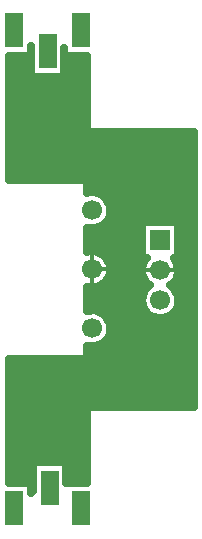
<source format=gbr>
G04 DipTrace 2.4.0.2*
%INBottom.gbr*%
%MOIN*%
%ADD15C,0.025*%
%ADD16C,0.013*%
%ADD17R,0.0669X0.0669*%
%ADD18C,0.0669*%
%ADD19R,0.0591X0.1181*%
%ADD20C,0.0669*%
%ADD21C,0.04*%
%FSLAX44Y44*%
G04*
G70*
G90*
G75*
G01*
%LNBottom*%
%LPD*%
D21*
X5628Y19567D3*
X5690Y5315D3*
X4350Y19376D2*
D15*
X5044D1*
X6211D2*
X6907D1*
X4350Y19127D2*
X5044D1*
X6211D2*
X6907D1*
X4350Y18879D2*
X6907D1*
X4350Y18630D2*
X6907D1*
X4350Y18381D2*
X6907D1*
X4350Y18133D2*
X6907D1*
X4350Y17884D2*
X6907D1*
X4350Y17635D2*
X6907D1*
X4350Y17387D2*
X6907D1*
X4350Y17138D2*
X6907D1*
X4350Y16889D2*
X10470D1*
X4350Y16641D2*
X10470D1*
X4350Y16392D2*
X10470D1*
X4350Y16143D2*
X10470D1*
X4350Y15895D2*
X10470D1*
X4350Y15646D2*
X10470D1*
X6977Y15397D2*
X10470D1*
X6977Y15148D2*
X10470D1*
X7524Y14900D2*
X10470D1*
X7700Y14651D2*
X10470D1*
X7735Y14402D2*
X10470D1*
X7664Y14154D2*
X10470D1*
X7403Y13905D2*
X8755D1*
X10004D2*
X10470D1*
X6977Y13656D2*
X8755D1*
X10004D2*
X10470D1*
X6977Y13408D2*
X8755D1*
X10004D2*
X10470D1*
X6977Y13159D2*
X8755D1*
X10004D2*
X10470D1*
X7547Y12910D2*
X8755D1*
X10004D2*
X10470D1*
X7707Y12662D2*
X8794D1*
X9961D2*
X10470D1*
X7735Y12413D2*
X8755D1*
X10000D2*
X10470D1*
X7653Y12164D2*
X8821D1*
X9934D2*
X10470D1*
X7356Y11916D2*
X8986D1*
X9770D2*
X10470D1*
X6977Y11667D2*
X8798D1*
X9957D2*
X10470D1*
X6977Y11418D2*
X8755D1*
X10000D2*
X10470D1*
X6977Y11169D2*
X8818D1*
X9938D2*
X10470D1*
X7571Y10921D2*
X9056D1*
X9700D2*
X10470D1*
X7711Y10672D2*
X10470D1*
X7731Y10423D2*
X10470D1*
X7637Y10175D2*
X10470D1*
X7293Y9926D2*
X10470D1*
X6977Y9677D2*
X10470D1*
X4350Y9429D2*
X10470D1*
X4350Y9180D2*
X10470D1*
X4350Y8931D2*
X10470D1*
X4350Y8683D2*
X10470D1*
X4350Y8434D2*
X10470D1*
X4350Y8185D2*
X10470D1*
X4350Y7937D2*
X10470D1*
X4350Y7688D2*
X6907D1*
X4350Y7439D2*
X6907D1*
X4350Y7190D2*
X6907D1*
X4350Y6942D2*
X6907D1*
X4350Y6693D2*
X6907D1*
X4350Y6444D2*
X6907D1*
X4350Y6196D2*
X6907D1*
X4350Y5947D2*
X5107D1*
X6274D2*
X6907D1*
X4350Y5698D2*
X5107D1*
X6274D2*
X6907D1*
X4350Y5450D2*
X5107D1*
X6274D2*
X6907D1*
X8904Y14041D2*
X9978D1*
Y12841D1*
X9825D1*
X9908Y12722D1*
X9955Y12606D1*
X9976Y12483D1*
X9973Y12366D1*
X9945Y12245D1*
X9892Y12132D1*
X9817Y12032D1*
X9723Y11950D1*
X9709Y11941D1*
X9768Y11896D1*
X9854Y11806D1*
X9919Y11699D1*
X9961Y11582D1*
X9978Y11441D1*
X9965Y11317D1*
X9926Y11198D1*
X9864Y11090D1*
X9781Y10997D1*
X9680Y10923D1*
X9567Y10872D1*
X9445Y10845D1*
X9320Y10844D1*
X9198Y10869D1*
X9083Y10919D1*
X8982Y10991D1*
X8897Y11083D1*
X8834Y11190D1*
X8793Y11308D1*
X8779Y11432D1*
X8790Y11557D1*
X8827Y11676D1*
X8887Y11785D1*
X8969Y11879D1*
X9047Y11938D1*
X8946Y12026D1*
X8869Y12124D1*
X8815Y12237D1*
X8784Y12358D1*
X8780Y12482D1*
X8802Y12605D1*
X8848Y12721D1*
X8918Y12825D1*
X8932Y12842D1*
X8779Y12841D1*
Y14041D1*
X8904D1*
X5063Y19934D2*
Y19586D1*
X4325D1*
Y15451D1*
X6825D1*
X6931Y15390D1*
X6950Y15326D1*
Y15018D1*
X7037Y15037D1*
X7162Y15039D1*
X7285Y15016D1*
X7400Y14968D1*
X7503Y14897D1*
X7588Y14807D1*
X7654Y14700D1*
X7695Y14583D1*
X7712Y14442D1*
X7699Y14318D1*
X7661Y14199D1*
X7599Y14091D1*
X7515Y13998D1*
X7415Y13924D1*
X7301Y13873D1*
X7179Y13846D1*
X7054Y13845D1*
X6951Y13866D1*
X6950Y13049D1*
X7037Y13068D1*
X7162Y13071D1*
X7285Y13048D1*
X7400Y13000D1*
X7503Y12929D1*
X7588Y12838D1*
X7654Y12732D1*
X7695Y12614D1*
X7712Y12491D1*
X7704Y12374D1*
X7670Y12254D1*
X7613Y12143D1*
X7534Y12047D1*
X7436Y11969D1*
X7325Y11913D1*
X7204Y11881D1*
X7079Y11875D1*
X6951Y11896D1*
X6950Y11080D1*
X7037Y11100D1*
X7162Y11102D1*
X7285Y11079D1*
X7400Y11031D1*
X7503Y10960D1*
X7588Y10870D1*
X7654Y10763D1*
X7695Y10646D1*
X7712Y10505D1*
X7699Y10381D1*
X7661Y10262D1*
X7599Y10154D1*
X7515Y10061D1*
X7415Y9987D1*
X7301Y9936D1*
X7179Y9909D1*
X7054Y9908D1*
X6951Y9929D1*
X6950Y9618D1*
X6889Y9513D1*
X6825Y9493D1*
X4325D1*
Y5357D1*
X5063Y5358D1*
Y5011D1*
X5130Y5085D1*
Y6046D1*
X6251D1*
Y5354D1*
X6818Y5358D1*
X6931D1*
Y7763D1*
X6992Y7868D1*
X7056Y7888D1*
X10494D1*
Y17057D1*
X7056D1*
X6950Y17118D1*
X6931Y17182D1*
Y19584D1*
X6193Y19586D1*
X6188Y19860D1*
Y18899D1*
X5068D1*
Y19934D1*
X8779Y12441D2*
D16*
X9977D1*
X7113Y13073D2*
Y11874D1*
Y12473D2*
X7712D1*
D17*
X9378Y13441D3*
D18*
Y12441D3*
Y11441D3*
D19*
X4503Y20442D3*
X5628Y19754D3*
X6753Y20442D3*
X4503Y4503D3*
X5690Y5190D3*
X6753Y4503D3*
D20*
X7113Y10505D3*
Y12473D3*
Y14442D3*
M02*

</source>
